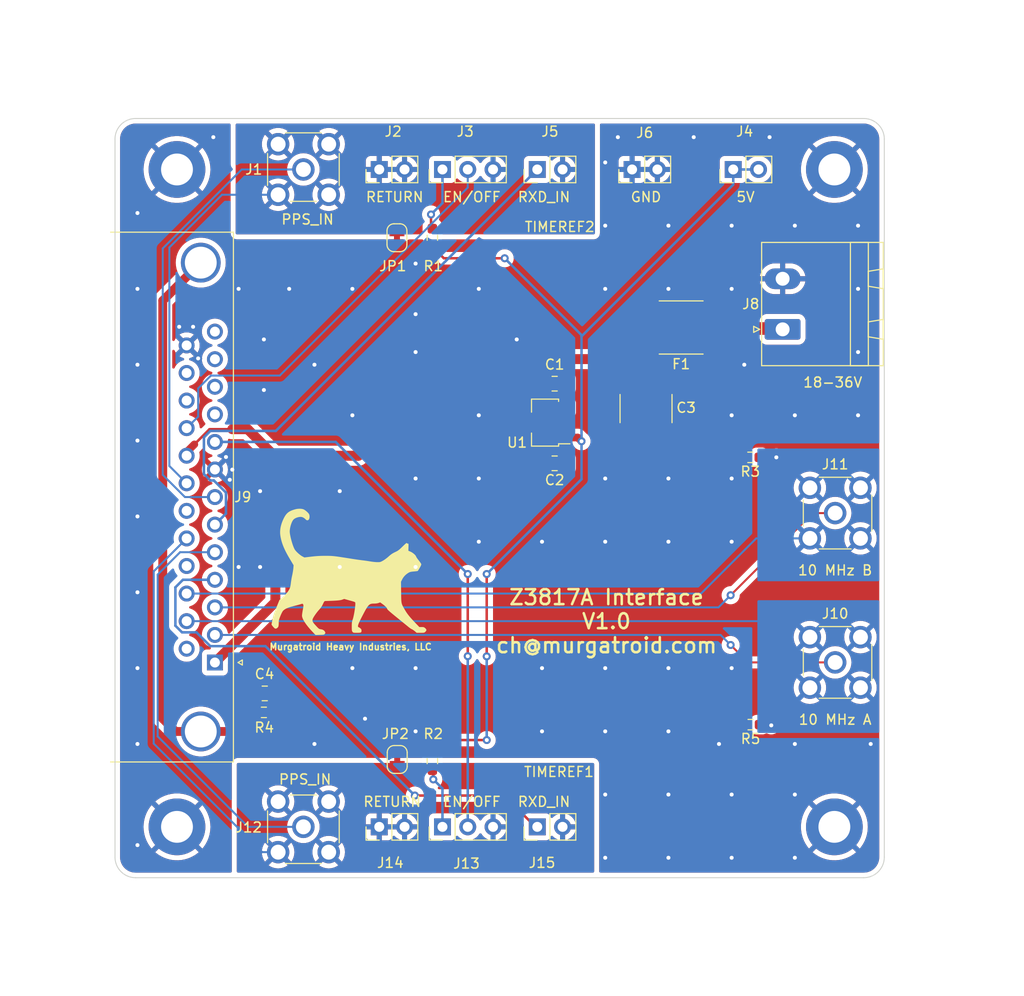
<source format=kicad_pcb>
(kicad_pcb (version 20211014) (generator pcbnew)
  (layers (0 "F.Cu" signal) (31 "B.Cu" signal) (34 "B.Paste" user) (35 "F.Paste" user) (36 "B.SilkS" user "B.Silkscreen") (37 "F.SilkS" user "F.Silkscreen") (38 "B.Mask" user) (39 "F.Mask" user) (44 "Edge.Cuts" user))
  (net 0 "")
  (net 1 "GND")
  (net 2 "/DCIn")
  (net 3 "+5V")
  (net 4 "/DCIn0")
  (net 5 "/10MHZ_OUT_A+")
  (net 6 "/10MHZ_OUT_B+")
  (net 7 "/TIMEREF1_RXD_IN")
  (net 8 "/TIMEREF1_PPS_IN")
  (net 9 "/TIMEREF2_RXD_IN")
  (net 10 "/TIMEREF2_PPS_IN")
  (net 11 "/TIMEREF1_VALID_IN")
  (net 12 "/10MHZ_OUT_A-")
  (net 13 "/10MHZ_OUT_B-")
  (net 14 "GND1")
  (net 15 "GND2")
  (net 16 "/TIMEREF2_VALID_IN")
  (net 17 "/CONNSHIELD")
  (net 18 "Net-(J3-Pad1)")
  (net 28 "Net-(J13-Pad1)")
  (footprint "Connector_PinHeader_2.54mm:PinHeader_1x02_P2.54mm_Vertical" (layer "F.Cu") (at 111.76 30.48 90)
    (fp_text reference "J4")
    (fp_text value "Conn_01x02")
  )
  (footprint "MountingHole:MountingHole_3.2mm_M3_ISO7380_Pad" (layer "F.Cu") (at 55.88 30.48)
    (fp_text reference "H1" hide)
    (fp_text value "MountingHole_Pad")
  )
  (footprint "Connector_PinHeader_2.54mm:PinHeader_1x02_P2.54mm_Vertical" (layer "F.Cu") (at 92.075 96.52 90)
    (fp_text reference "J15")
    (fp_text value "Conn_01x02")
  )
  (footprint "MountingHole:MountingHole_3.2mm_M3_ISO7380_Pad" (layer "F.Cu") (at 55.88 96.52)
    (fp_text reference "H3" hide)
    (fp_text value "MountingHole_Pad")
  )
  (footprint "Capacitor_SMD:C_0805_2012Metric_Pad1.18x1.45mm_HandSolder" (layer "F.Cu") (at 93.82 60 180)
    (fp_text reference "C2")
    (fp_text value "0.1u 10V X7R")
  )
  (footprint "Connector_PinHeader_2.54mm:PinHeader_1x02_P2.54mm_Vertical" (layer "F.Cu") (at 76.2 30.48 90)
    (fp_text reference "J2")
    (fp_text value "Conn_01x02")
  )
  (footprint "Resistor_SMD:R_0603_1608Metric_Pad0.98x0.95mm_HandSolder" (layer "F.Cu") (at 81.534 37.338 90)
    (fp_text reference "R1")
    (fp_text value "33")
  )
  (footprint "Connector_Coaxial:SMA_Molex_73251-2200_Horizontal" (layer "F.Cu") (at 122 80 -90)
    (fp_text reference "J10")
    (fp_text value "Conn_Coaxial")
  )
  (footprint "Resistor_SMD:R_0603_1608Metric_Pad0.98x0.95mm_HandSolder" (layer "F.Cu") (at 113.5 86.25 180)
    (fp_text reference "R5")
    (fp_text value "DNI")
  )
  (footprint "Connector_PinHeader_2.54mm:PinHeader_1x03_P2.54mm_Vertical" (layer "F.Cu") (at 82.55 96.52 90)
    (fp_text reference "J13")
    (fp_text value "Conn_01x03")
  )
  (footprint "Capacitor_SMD:C_0805_2012Metric_Pad1.18x1.45mm_HandSolder" (layer "F.Cu") (at 93.82 52 180)
    (fp_text reference "C1")
    (fp_text value "0.33u 50V X7R")
  )
  (footprint "Connector_Dsub:DSUB-25_Female_Horizontal_P2.77x2.84mm_EdgePinOffset7.70mm_Housed_MountingHolesOffset9.12mm" (layer "F.Cu") (at 59.69 80.01 -90)
    (fp_text reference "J9")
    (fp_text value "DB25_Male_MountingHoles")
  )
  (footprint "Capacitor_SMD:C_2220_5650Metric_Pad1.97x5.40mm_HandSolder" (layer "F.Cu") (at 103 54.5 -90)
    (fp_text reference "C3")
    (fp_text value "22u 50V X7S")
  )
  (footprint "Connector_PinHeader_2.54mm:PinHeader_1x02_P2.54mm_Vertical" (layer "F.Cu") (at 101.6 30.48 90)
    (fp_text reference "J6")
    (fp_text value "Conn_01x02")
  )
  (footprint "Jumper:SolderJumper-2_P1.3mm_Bridged_RoundedPad1.0x1.5mm" (layer "F.Cu") (at 78.0034 89.75 -90)
    (fp_text reference "JP2")
    (fp_text value "SolderJumper_2_Bridged")
  )
  (footprint "Connector_PinHeader_2.54mm:PinHeader_1x03_P2.54mm_Vertical" (layer "F.Cu") (at 82.55 30.48 90)
    (fp_text reference "J3")
    (fp_text value "Conn_01x03")
  )
  (footprint "MountingHole:MountingHole_3.2mm_M3_ISO7380_Pad" (layer "F.Cu") (at 121.92 30.48)
    (fp_text reference "H2" hide)
    (fp_text value "MountingHole_Pad")
  )
  (footprint "Connector_Phoenix_MSTB:PhoenixContact_MSTBA_2,5_2-G-5,08_1x02_P5.08mm_Horizontal" (layer "F.Cu") (at 116.7225 46.54 90)
    (fp_text reference "J8")
    (fp_text value "Conn_01x02")
  )
  (footprint "Connector_Coaxial:SMA_Molex_73251-2200_Horizontal" (layer "F.Cu") (at 122 65 -90)
    (fp_text reference "J11")
    (fp_text value "Conn_Coaxial")
  )
  (footprint "Resistor_SMD:R_0603_1608Metric_Pad0.98x0.95mm_HandSolder" (layer "F.Cu") (at 81.534 89.916 -90)
    (fp_text reference "R2")
    (fp_text value "33")
  )
  (footprint "Package_TO_SOT_SMD:SOT-89-3" (layer "F.Cu") (at 93.155 55.91 180)
    (fp_text reference "U1")
    (fp_text value "L78L05_SOT89")
  )
  (footprint "Resistor_SMD:R_0603_1608Metric_Pad0.98x0.95mm_HandSolder" (layer "F.Cu") (at 64.61 85.02)
    (fp_text reference "R4")
    (fp_text value "DNI")
  )
  (footprint "Connector_Coaxial:SMA_Molex_73251-2200_Horizontal" (layer "F.Cu") (at 68.58 30.48)
    (fp_text reference "J1")
    (fp_text value "Conn_Coaxial")
  )
  (footprint "Connector_Coaxial:SMA_Molex_73251-2200_Horizontal" (layer "F.Cu") (at 68.58 96.52 180)
    (fp_text reference "J12")
    (fp_text value "Conn_Coaxial")
  )
  (footprint "MountingHole:MountingHole_3.2mm_M3_ISO7380_Pad" (layer "F.Cu") (at 121.92 96.52)
    (fp_text reference "H4" hide)
    (fp_text value "MountingHole_Pad")
  )
  (footprint "Resistor_SMD:R_0603_1608Metric_Pad0.98x0.95mm_HandSolder" (layer "F.Cu") (at 113.475 59.4 180)
    (fp_text reference "R3")
    (fp_text value "DNI")
  )
  (footprint "Fuse:Fuse_2920_7451Metric_Pad2.10x5.45mm_HandSolder" (layer "F.Cu") (at 106.5276 46.355 180)
    (fp_text reference "F1")
    (fp_text value "Polyfuse")
  )
  (footprint "Connector_PinHeader_2.54mm:PinHeader_1x02_P2.54mm_Vertical" (layer "F.Cu") (at 92.075 30.48 90)
    (fp_text reference "J5")
    (fp_text value "Conn_01x02")
  )
  (footprint "Connector_PinHeader_2.54mm:PinHeader_1x02_P2.54mm_Vertical" (layer "F.Cu") (at 76.2 96.52 90)
    (fp_text reference "J14")
    (fp_text value "Conn_01x02")
  )
  (footprint "Jumper:SolderJumper-2_P1.3mm_Bridged_RoundedPad1.0x1.5mm" (layer "F.Cu") (at 77.978 37.338 90)
    (fp_text reference "JP1")
    (fp_text value "SolderJumper_2_Bridged")
  )
  (footprint "Capacitor_SMD:C_0805_2012Metric_Pad1.18x1.45mm_HandSolder" (layer "F.Cu") (at 64.6975 83.115)
    (fp_text reference "C4")
    (fp_text value "DNI")
  )
  (gr_poly (pts (xy 67.768651 64.615864) (xy 67.650941 64.648918) (xy 67.541961 64.683206) (xy 67.441099 64.719194) (xy 67.347745 64.75735) (xy 67.26129 64.79814) (xy 67.181122 64.842031) (xy 67.106632 64.88949) (xy 67.03721 64.940984) (xy 66.972246 64.99698) (xy 66.911128 65.057945) (xy 66.853248 65.124347) (xy 66.797994 65.196651) (xy 66.744757 65.275325) (xy 66.692926 65.360835) (xy 66.641892 65.45365) (xy 66.591043 65.554235) (xy 66.538173 65.667233) (xy 66.489632 65.779286) (xy 66.445413 65.890383) (xy 66.405512 66.000514) (xy 66.369922 66.109667) (xy 66.338637 66.217831) (xy 66.311653 66.324996) (xy 66.288962 66.43115) (xy 66.270559 66.536284) (xy 66.256439 66.640384) (xy 66.246595 66.743442) (xy 66.241022 66.845446) (xy 66.239714 66.946384) (xy 66.242664 67.046247) (xy 66.249868 67.145022) (xy 66.26132 67.2427) (xy 66.283567 67.378538) (xy 66.309661 67.513258) (xy 66.339797 67.647358) (xy 66.374174 67.781339) (xy 66.412986 67.915698) (xy 66.456431 68.050937) (xy 66.504704 68.187554) (xy 66.558004 68.32605) (xy 66.616525 68.466922) (xy 66.680465 68.610672) (xy 66.750019 68.757799) (xy 66.825386 68.908801) (xy 66.90676 69.064179) (xy 66.994339 69.224432) (xy 67.088319 69.39006) (xy 67.188896 69.561561) (xy 67.594661 70.242757) (xy 67.569261 70.543589) (xy 67.562054 70.613065) (xy 67.55161 70.694471) (xy 67.538442 70.784791) (xy 67.523065 70.881012) (xy 67.50599 70.98012) (xy 67.487733 71.079102) (xy 67.468806 71.174944) (xy 67.449722 71.264632) (xy 67.429419 71.355303) (xy 67.409486 71.453956) (xy 67.390309 71.557363) (xy 67.372272 71.6623) (xy 67.34116 71.863858) (xy 67.328854 71.954027) (xy 67.31923 72.032822) (xy 67.310097 72.110374) (xy 67.29918 72.187199) (xy 67.286734 72.261899) (xy 67.273014 72.333078) (xy 67.258274 72.399338) (xy 67.242769 72.459282) (xy 67.226755 72.511513) (xy 67.218636 72.534299) (xy 67.210486 72.554633) (xy 67.18523 72.608628) (xy 67.157074 72.663223) (xy 67.126085 72.718339) (xy 67.092334 72.773897) (xy 67.055887 72.829815) (xy 67.016815 72.886014) (xy 66.975185 72.942414) (xy 66.931066 72.998935) (xy 66.884527 73.055496) (xy 66.835636 73.112019) (xy 66.784462 73.168423) (xy 66.731073 73.224627) (xy 66.675539 73.280553) (xy 66.617927 73.336119) (xy 66.558306 73.391247) (xy 66.496746 73.445855) (xy 66.174325 73.724938) (xy 65.942391 74.297391) (xy 65.727012 74.838969) (xy 65.653477 75.033016) (xy 65.597269 75.192324) (xy 65.554306 75.329212) (xy 65.520508 75.455996) (xy 65.491792 75.584993) (xy 65.464077 75.728522) (xy 65.436755 75.881049) (xy 65.411114 76.013856) (xy 65.390206 76.1127) (xy 65.382481 76.144935) (xy 65.377082 76.163339) (xy 65.375838 76.169167) (xy 65.37613 76.17641) (xy 65.377884 76.184976) (xy 65.381023 76.19477) (xy 65.39115 76.217674) (xy 65.4059 76.24438) (xy 65.424663 76.274144) (xy 65.446829 76.306224) (xy 65.471785 76.339876) (xy 65.498923 76.374356) (xy 65.527631 76.408922) (xy 65.557298 76.442831) (xy 65.587314 76.475338) (xy 65.617068 76.505702) (xy 65.645949 76.533178) (xy 65.673348 76.557024) (xy 65.698652 76.576497) (xy 65.710328 76.58436) (xy 65.721252 76.590852) (xy 65.729895 76.594945) (xy 65.738815 76.598389) (xy 65.747992 76.601194) (xy 65.757406 76.603371) (xy 65.767038 76.604929) (xy 65.776866 76.605878) (xy 65.786872 76.606228) (xy 65.797036 76.60599) (xy 65.807337 76.605173) (xy 65.817756 76.603787) (xy 65.828273 76.601843) (xy 65.838867 76.599349) (xy 65.84952 76.596317) (xy 65.860212 76.592755) (xy 65.870921 76.588675) (xy 65.881629 76.584085) (xy 65.902962 76.573419) (xy 65.924049 76.560837) (xy 65.944733 76.546418) (xy 65.964854 76.530242) (xy 65.984253 76.512389) (xy 66.002772 76.492939) (xy 66.02025 76.471971) (xy 66.02855 76.460943) (xy 66.03653 76.449565) (xy 66.044391 76.436189) (xy 66.051672 76.421764) (xy 66.05839 76.40618) (xy 66.064562 76.389324) (xy 66.070202 76.371086) (xy 66.075326 76.351355) (xy 66.079952 76.330019) (xy 66.084095 76.306967) (xy 66.087771 76.282089) (xy 66.090996 76.255272) (xy 66.093786 76.226407) (xy 66.096158 76.195381) (xy 66.098126 76.162083) (xy 66.099708 76.126403) (xy 66.100919 76.08823) (xy 66.101776 76.047451) (xy 66.102851 75.951799) (xy 66.10445 75.909571) (xy 66.106983 75.870048) (xy 66.110619 75.83246) (xy 66.115531 75.796036) (xy 66.121886 75.760006) (xy 66.129855 75.723601) (xy 66.139608 75.68605) (xy 66.151316 75.646582) (xy 66.165147 75.604429) (xy 66.181273 75.558818) (xy 66.221086 75.454147) (xy 66.272115 75.326408) (xy 66.308273 75.241149) (xy 66.345462 75.157972) (xy 66.382659 75.078958) (xy 66.418839 75.00619) (xy 66.452981 74.941748) (xy 66.484061 74.887715) (xy 66.511055 74.846173) (xy 66.522701 74.830736) (xy 66.532941 74.819202) (xy 66.5711 74.781505) (xy 66.611184 74.745725) (xy 66.653669 74.711655) (xy 66.699033 74.679088) (xy 66.747753 74.647817) (xy 66.800307 74.617634) (xy 66.857171 74.588333) (xy 66.918822 74.559705) (xy 66.985739 74.531545) (xy 67.058397 74.503645) (xy 67.137275 74.475797) (xy 67.222849 74.447794) (xy 67.315596 74.41943) (xy 67.415994 74.390496) (xy 67.52452 74.360787) (xy 67.641651 74.330094) (xy 67.895787 74.264751) (xy 68.120381 74.204185) (xy 68.291308 74.155853) (xy 68.384442 74.127211) (xy 68.400652 74.121534) (xy 68.415375 74.116718) (xy 68.428738 74.11278) (xy 68.440868 74.109736) (xy 68.451893 74.107602) (xy 68.461941 74.106396) (xy 68.466638 74.106146) (xy 68.471138 74.106134) (xy 68.475458 74.106361) (xy 68.479613 74.106831) (xy 68.483619 74.107545) (xy 68.487492 74.108505) (xy 68.491248 74.109714) (xy 68.494904 74.111173) (xy 68.498474 74.112884) (xy 68.501975 74.11485) (xy 68.505422 74.117073) (xy 68.508833 74.119554) (xy 68.515605 74.1253) (xy 68.522419 74.132105) (xy 68.529403 74.139987) (xy 68.536684 74.14896) (xy 68.542588 74.157158) (xy 68.548066 74.165479) (xy 68.553118 74.173984) (xy 68.557743 74.182733) (xy 68.561941 74.191787) (xy 68.56571 74.201206) (xy 68.56905 74.211051) (xy 68.571961 74.221382) (xy 68.574441 74.232259) (xy 68.576491 74.243742) (xy 68.578109 74.255893) (xy 68.579295 74.268771) (xy 68.580048 74.282436) (xy 68.580368 74.29695) (xy 68.580254 74.312372) (xy 68.579705 74.328764) (xy 68.5773 74.364694) (xy 68.573149 74.405224) (xy 68.567247 74.450838) (xy 68.559588 74.502017) (xy 68.550167 74.559245) (xy 68.53898 74.623005) (xy 68.52602 74.69378) (xy 68.511283 74.772053) (xy 68.496733 74.849463) (xy 68.483162 74.92806) (xy 68.470868 75.005637) (xy 68.460146 75.079989) (xy 68.451292 75.148908) (xy 68.444601 75.210188) (xy 68.440369 75.261624) (xy 68.438893 75.301008) (xy 68.440078 75.332431) (xy 68.443615 75.365536) (xy 68.449479 75.400285) (xy 68.457645 75.436641) (xy 68.480782 75.514019) (xy 68.512824 75.59737) (xy 68.553569 75.686388) (xy 68.602817 75.780772) (xy 68.660365 75.88022) (xy 68.726012 75.984427) (xy 68.799557 76.093092) (xy 68.880797 76.205911) (xy 68.96953 76.322583) (xy 69.065556 76.442803) (xy 69.168673 76.56627) (xy 69.278679 76.69268) (xy 69.395373 76.821731) (xy 69.518552 76.95312) (xy 69.797476 77.246649) (xy 70.228641 77.235853) (xy 70.366953 77.231956) (xy 70.472947 77.227625) (xy 70.515511 77.224952) (xy 70.552019 77.221758) (xy 70.583144 77.217903) (xy 70.609562 77.213251) (xy 70.631946 77.207662) (xy 70.650972 77.201) (xy 70.667313 77.193127) (xy 70.681644 77.183904) (xy 70.694639 77.173194) (xy 70.706973 77.160858) (xy 70.732355 77.13076) (xy 70.743227 77.115182) (xy 70.752758 77.100941) (xy 70.760962 77.087847) (xy 70.767855 77.075709) (xy 70.773454 77.064336) (xy 70.775772 77.058876) (xy 70.777773 77.053536) (xy 70.779458 77.048291) (xy 70.78083 77.043118) (xy 70.781889 77.037993) (xy 70.782639 77.032891) (xy 70.78308 77.02779) (xy 70.783216 77.022665) (xy 70.783048 77.017492) (xy 70.782578 77.012247) (xy 70.781808 77.006907) (xy 70.78074 77.001447) (xy 70.779376 76.995844) (xy 70.777717 76.990074) (xy 70.773527 76.977936) (xy 70.768184 76.964842) (xy 70.761704 76.950601) (xy 70.754103 76.935022) (xy 70.747105 76.921263) (xy 70.739683 76.907844) (xy 70.73184 76.894769) (xy 70.723578 76.882038) (xy 70.714899 76.869653) (xy 70.705804 76.857614) (xy 70.696297 76.845924) (xy 70.686379 76.834583) (xy 70.676052 76.823592) (xy 70.665317 76.812954) (xy 70.654178 76.802669) (xy 70.642636 76.792738) (xy 70.630692 76.783163) (xy 70.61835 76.773946) (xy 70.60561 76.765086) (xy 70.592476 76.756586) (xy 70.578949 76.748448) (xy 70.56503 76.740671) (xy 70.550723 76.733258) (xy 70.536028 76.726209) (xy 70.520949 76.719527) (xy 70.505487 76.713212) (xy 70.473421 76.701689) (xy 70.439848 76.69165) (xy 70.404783 76.683106) (xy 70.368242 76.676067) (xy 70.330241 76.670544) (xy 70.298684 76.665833) (xy 70.27015 76.660917) (xy 70.244014 76.655333) (xy 70.231649 76.652146) (xy 70.219649 76.648619) (xy 70.207935 76.644695) (xy 70.196429 76.640314) (xy 70.185053 76.635421) (xy 70.173728 76.629956) (xy 70.162377 76.623862) (xy 70.15092 76.617082) (xy 70.13928 76.609557) (xy 70.127378 76.60123) (xy 70.115136 76.592043) (xy 70.102476 76.581938) (xy 70.08932 76.570858) (xy 70.075588 76.558745) (xy 70.046088 76.531188) (xy 70.013349 76.498804) (xy 69.976745 76.461133) (xy 69.93565 76.417711) (xy 69.837481 76.31177) (xy 69.728952 76.192534) (xy 69.683574 76.140534) (xy 69.643766 76.092918) (xy 69.609265 76.049166) (xy 69.579804 76.008757) (xy 69.555118 75.971172) (xy 69.534943 75.935889) (xy 69.519013 75.902389) (xy 69.507064 75.87015) (xy 69.498829 75.838652) (xy 69.494045 75.807376) (xy 69.492446 75.7758) (xy 69.493766 75.743404) (xy 69.497741 75.709667) (xy 69.504106 75.67407) (xy 69.513156 75.641539) (xy 69.52905 75.601559) (xy 69.551247 75.554915) (xy 69.579207 75.502393) (xy 69.612388 75.444776) (xy 69.650249 75.382851) (xy 69.692248 75.317403) (xy 69.737846 75.249216) (xy 69.7865 75.179076) (xy 69.837669 75.107767) (xy 69.890812 75.036075) (xy 69.945389 74.964785) (xy 70.000858 74.894682) (xy 70.056677 74.826551) (xy 70.112307 74.761177) (xy 70.167205 74.699345) (xy 70.197228 74.666139) (xy 70.226183 74.633032) (xy 70.254109 74.599955) (xy 70.281041 74.566839) (xy 70.307018 74.533614) (xy 70.332078 74.500213) (xy 70.356256 74.466567) (xy 70.379592 74.432606) (xy 70.402123 74.398261) (xy 70.423885 74.363465) (xy 70.444917 74.328148) (xy 70.465255 74.292241) (xy 70.484938 74.255676) (xy 70.504002 74.218383) (xy 70.522486 74.180294) (xy 70.540426 74.141339) (xy 70.583562 74.050225) (xy 70.602173 74.012309) (xy 70.619139 73.979075) (xy 70.634703 73.950215) (xy 70.649109 73.925423) (xy 70.662601 73.904388) (xy 70.675423 73.886804) (xy 70.687819 73.872362) (xy 70.700033 73.860754) (xy 70.712309 73.851671) (xy 70.724891 73.844807) (xy 70.738022 73.839852) (xy 70.751948 73.836499) (xy 70.76691 73.834439) (xy 70.783155 73.833364) (xy 71.506566 73.808877) (xy 71.772768 73.795748) (xy 71.986063 73.781294) (xy 72.154524 73.764965) (xy 72.286222 73.74621) (xy 72.38923 73.724479) (xy 72.47162 73.69922) (xy 72.678154 73.623179) (xy 72.996924 73.713826) (xy 73.480732 73.847346) (xy 73.622094 73.889759) (xy 73.672786 73.907221) (xy 73.712113 73.923077) (xy 73.741544 73.937998) (xy 73.76255 73.952652) (xy 73.776602 73.967709) (xy 73.78517 73.983836) (xy 73.789724 74.001705) (xy 73.791734 74.021982) (xy 73.794007 74.072441) (xy 73.796019 74.127764) (xy 73.794118 74.198582) (xy 73.779921 74.378387) (xy 73.754089 74.595213) (xy 73.719296 74.832417) (xy 73.678214 75.073357) (xy 73.633518 75.301389) (xy 73.587881 75.499872) (xy 73.565545 75.582832) (xy 73.543976 75.652163) (xy 73.512387 75.748561) (xy 73.499261 75.791702) (xy 73.487774 75.832441) (xy 73.477817 75.871504) (xy 73.469285 75.90962) (xy 73.462071 75.947514) (xy 73.456068 75.985915) (xy 73.451171 76.025549) (xy 73.447272 76.067144) (xy 73.444265 76.111426) (xy 73.442044 76.159124) (xy 73.439532 76.267672) (xy 73.438884 76.398606) (xy 73.439332 76.529226) (xy 73.441099 76.633139) (xy 73.444819 76.714549) (xy 73.44761 76.748129) (xy 73.451127 76.77766) (xy 73.45545 76.803668) (xy 73.460658 76.826678) (xy 73.466829 76.847216) (xy 73.474044 76.865806) (xy 73.482382 76.882975) (xy 73.491922 76.899249) (xy 73.502743 76.915152) (xy 73.514925 76.931211) (xy 73.527945 76.947207) (xy 73.534128 76.954477) (xy 73.540192 76.961282) (xy 73.546211 76.967638) (xy 73.552257 76.97356) (xy 73.558404 76.979063) (xy 73.564727 76.984162) (xy 73.571299 76.988874) (xy 73.578193 76.993212) (xy 73.585483 76.997194) (xy 73.593243 77.000833) (xy 73.601547 77.004145) (xy 73.610467 77.007145) (xy 73.620079 77.00985) (xy 73.630454 77.012273) (xy 73.641668 77.014431) (xy 73.653794 77.016339) (xy 73.666905 77.018012) (xy 73.681075 77.019465) (xy 73.696378 77.020714) (xy 73.712887 77.021774) (xy 73.730677 77.02266) (xy 73.74982 77.023388) (xy 73.792461 77.02443) (xy 73.841402 77.025023) (xy 73.89723 77.025289) (xy 73.960536 77.02535) (xy 74.099797 77.024176) (xy 74.157413 77.022343) (xy 74.207677 77.019352) (xy 74.251083 77.014961) (xy 74.288124 77.008925) (xy 74.319294 77.001) (xy 74.332832 76.996252) (xy 74.345088 76.990941) (xy 74.356122 76.985035) (xy 74.365998 76.978505) (xy 74.374775 76.971319) (xy 74.382518 76.963447) (xy 74.389286 76.954858) (xy 74.395142 76.945523) (xy 74.400147 76.93541) (xy 74.404364 76.924489) (xy 74.410677 76.900101) (xy 74.414575 76.872115) (xy 74.416552 76.840286) (xy 74.417101 76.80437) (xy 74.416795 76.785284) (xy 74.415847 76.767365) (xy 74.414207 76.750506) (xy 74.41183 76.734602) (xy 74.408666 76.719548) (xy 74.404669 76.705237) (xy 74.399791 76.691564) (xy 74.393983 76.678422) (xy 74.387199 76.665707) (xy 74.37939 76.653312) (xy 74.37051 76.641131) (xy 74.360509 76.629059) (xy 74.349341 76.616989) (xy 74.336959 76.604817) (xy 74.323313 76.592436) (xy 74.308357 76.57974) (xy 74.297212 76.570185) (xy 74.285572 76.560618) (xy 74.261213 76.541719) (xy 74.236088 76.523594) (xy 74.211004 76.506794) (xy 74.198729 76.499063) (xy 74.186767 76.491869) (xy 74.17522 76.485282) (xy 74.164187 76.47937) (xy 74.15377 76.474202) (xy 74.14407 76.469847) (xy 74.135187 76.466374) (xy 74.127223 76.463852) (xy 74.113987 76.458814) (xy 74.102156 76.452492) (xy 74.091754 76.444809) (xy 74.082807 76.43569) (xy 74.075337 76.425059) (xy 74.069371 76.41284) (xy 74.064933 76.398957) (xy 74.062047 76.383336) (xy 74.060737 76.3659) (xy 74.061028 76.346573) (xy 74.062945 76.32528) (xy 74.066513 76.301946) (xy 74.071755 76.276493) (xy 74.078696 76.248848) (xy 74.087362 76.218934) (xy 74.097775 76.186675) (xy 74.109962 76.151995) (xy 74.123946 76.11482) (xy 74.139752 76.075073) (xy 74.157405 76.032678) (xy 74.176928 75.987561) (xy 74.198347 75.939645) (xy 74.246971 75.835113) (xy 74.303471 75.718478) (xy 74.368043 75.589133) (xy 74.440886 75.446475) (xy 74.522193 75.289896) (xy 74.718993 74.915892) (xy 74.802939 74.762142) (xy 74.879056 74.628665) (xy 74.948695 74.514037) (xy 75.013211 74.416837) (xy 75.073958 74.335643) (xy 75.132289 74.269034) (xy 75.189558 74.215586) (xy 75.247118 74.173878) (xy 75.306323 74.142489) (xy 75.368526 74.119995) (xy 75.435082 74.104975) (xy 75.507344 74.096007) (xy 75.586665 74.091669) (xy 75.6744 74.090539) (xy 75.739498 74.089527) (xy 75.803734 74.086519) (xy 75.866263 74.081557) (xy 75.926237 74.074684) (xy 75.982811 74.065944) (xy 76.035137 74.055378) (xy 76.059443 74.049425) (xy 76.08237 74.043031) (xy 76.103811 74.036202) (xy 76.123662 74.028944) (xy 76.294 73.971) (xy 76.525936 74.137687) (xy 76.572949 74.171391) (xy 76.618695 74.205771) (xy 76.662931 74.240569) (xy 76.705412 74.275522) (xy 76.745895 74.310372) (xy 76.784137 74.344856) (xy 76.819893 74.378716) (xy 76.85292 74.41169) (xy 76.882975 74.443518) (xy 76.909812 74.47394) (xy 76.93319 74.502695) (xy 76.952863 74.529523) (xy 76.968589 74.554162) (xy 76.980124 74.576354) (xy 76.987223 74.595837) (xy 76.989034 74.604481) (xy 76.989644 74.612351) (xy 76.990368 74.619232) (xy 76.992594 74.627032) (xy 76.996399 74.635823) (xy 77.001864 74.645672) (xy 77.009067 74.65665) (xy 77.018087 74.668826) (xy 77.029004 74.68227) (xy 77.041895 74.697051) (xy 77.073919 74.730905) (xy 77.114791 74.770945) (xy 77.165142 74.817726) (xy 77.225606 74.871808) (xy 77.296813 74.933745) (xy 77.379395 75.004096) (xy 77.473985 75.083416) (xy 77.581213 75.172264) (xy 77.701713 75.271196) (xy 77.836115 75.380769) (xy 78.149154 75.634065) (xy 79.127371 76.431149) (xy 79.170119 76.466854) (xy 79.215874 76.502626) (xy 79.263236 76.537535) (xy 79.310807 76.57065) (xy 79.357186 76.601042) (xy 79.400976 76.627781) (xy 79.421463 76.639489) (xy 79.440778 76.649935) (xy 79.458746 76.659002) (xy 79.475192 76.666575) (xy 79.490828 76.674066) (xy 79.507745 76.682887) (xy 79.525775 76.692921) (xy 79.544757 76.70405) (xy 79.584913 76.729128) (xy 79.626898 76.757182) (xy 79.669396 76.787275) (xy 79.711092 76.818469) (xy 79.750672 76.849827) (xy 79.786819 76.880411) (xy 79.953506 77.02535) (xy 80.341333 77.02535) (xy 80.4664 77.024995) (xy 80.562542 77.023195) (xy 80.601452 77.021408) (xy 80.635154 77.018846) (xy 80.664322 77.01537) (xy 80.689631 77.010845) (xy 80.711755 77.00513) (xy 80.731369 76.998088) (xy 80.749146 76.989582) (xy 80.765762 76.979474) (xy 80.78189 76.967625) (xy 80.798205 76.953898) (xy 80.834094 76.920258) (xy 80.858244 76.894418) (xy 80.869074 76.881956) (xy 80.87907 76.869772) (xy 80.888232 76.857845) (xy 80.896556 76.846155) (xy 80.90404 76.834681) (xy 80.910684 76.823403) (xy 80.916484 76.8123) (xy 80.921438 76.801351) (xy 80.925545 76.790536) (xy 80.928802 76.779835) (xy 80.931207 76.769227) (xy 80.932759 76.758691) (xy 80.933455 76.748207) (xy 80.933293 76.737754) (xy 80.932271 76.727312) (xy 80.930387 76.71686) (xy 80.927639 76.706378) (xy 80.924025 76.695845) (xy 80.919542 76.68524) (xy 80.91419 76.674543) (xy 80.907965 76.663734) (xy 80.900865 76.652791) (xy 80.89289 76.641695) (xy 80.884035 76.630424) (xy 80.8743 76.618959) (xy 80.863683 76.607278) (xy 80.839792 76.583189) (xy 80.812345 76.557991) (xy 80.791487 76.540012) (xy 80.772127 76.524037) (xy 80.7539 76.509949) (xy 80.73644 76.497634) (xy 80.727883 76.492103) (xy 80.71938 76.486972) (xy 80.710886 76.482226) (xy 80.702356 76.47785) (xy 80.693742 76.473829) (xy 80.685001 76.470148) (xy 80.676085 76.466795) (xy 80.666949 76.463753) (xy 80.657548 76.461008) (xy 80.647835 76.458546) (xy 80.637766 76.456351) (xy 80.627293 76.454411) (xy 80.604957 76.451232) (xy 80.580462 76.448892) (xy 80.553441 76.447275) (xy 80.523529 76.446264) (xy 80.490361 76.445743) (xy 80.453569 76.445595) (xy 80.225445 76.445595) (xy 79.935569 76.144923) (xy 79.713361 75.913584) (xy 79.519981 75.705846) (xy 79.351991 75.517462) (xy 79.205954 75.344188) (xy 79.07843 75.181779) (xy 79.020537 75.103322) (xy 78.965983 75.025989) (xy 78.914339 74.949249) (xy 78.865175 74.872572) (xy 78.772566 74.717284) (xy 78.648768 74.501759) (xy 78.599091 74.412402) (xy 78.556741 74.331408) (xy 78.521101 74.255848) (xy 78.491555 74.182793) (xy 78.478874 74.146289) (xy 78.467487 74.109312) (xy 78.457314 74.071497) (xy 78.44828 74.032477) (xy 78.440307 73.991886) (xy 78.433319 73.949357) (xy 78.421986 73.857024) (xy 78.413667 73.752547) (xy 78.407744 73.632997) (xy 78.403602 73.495445) (xy 78.400623 73.33696) (xy 78.395694 72.945476) (xy 78.384899 71.894709) (xy 78.508088 71.651981) (xy 78.534262 71.602783) (xy 78.562497 71.554405) (xy 78.592729 71.506908) (xy 78.624894 71.46035) (xy 78.658929 71.414788) (xy 78.694769 71.370282) (xy 78.732352 71.326891) (xy 78.771614 71.284673) (xy 78.81249 71.243686) (xy 78.854917 71.203989) (xy 78.898831 71.165641) (xy 78.944169 71.128701) (xy 78.990867 71.093226) (xy 79.038861 71.059276) (xy 79.088088 71.026909) (xy 79.138484 70.996184) (xy 79.163882 70.981263) (xy 79.188697 70.96769) (xy 79.213279 70.95537) (xy 79.237978 70.944206) (xy 79.263145 70.934104) (xy 79.289131 70.924968) (xy 79.316285 70.916701) (xy 79.344958 70.909209) (xy 79.375501 70.902397) (xy 79.408264 70.896167) (xy 79.443598 70.890426) (xy 79.481852 70.885077) (xy 79.523378 70.880025) (xy 79.568526 70.875173) (xy 79.67109 70.865692) (xy 79.81431 70.851663) (xy 79.9365 70.837633) (xy 79.985668 70.831046) (xy 80.024728 70.824973) (xy 80.052064 70.819584) (xy 80.060831 70.8172) (xy 80.06606 70.815051) (xy 80.069644 70.811496) (xy 80.074907 70.805046) (xy 80.081744 70.795859) (xy 80.090046 70.784094) (xy 80.110625 70.753469) (xy 80.135791 70.714443) (xy 80.164693 70.668288) (xy 80.196478 70.616276) (xy 80.230295 70.55968) (xy 80.265291 70.499773) (xy 80.307793 70.426665) (xy 80.343078 70.361926) (xy 80.358093 70.332548) (xy 80.371398 70.305086) (xy 80.383024 70.279482) (xy 80.393005 70.255675) (xy 80.401371 70.233608) (xy 80.408153 70.213222) (xy 80.413384 70.194457) (xy 80.417095 70.177255) (xy 80.419318 70.161558) (xy 80.420084 70.147305) (xy 80.419425 70.134439) (xy 80.417373 70.122901) (xy 80.414138 70.112692) (xy 80.408576 70.099871) (xy 80.400823 70.084622) (xy 80.391018 70.06713) (xy 80.3793 70.047581) (xy 80.365807 70.026159) (xy 80.334049 69.978438) (xy 80.296852 69.925449) (xy 80.255322 69.868673) (xy 80.210566 69.809589) (xy 80.163691 69.749679) (xy 80.11561 69.689495) (xy 80.069917 69.629558) (xy 80.027628 69.571485) (xy 79.98976 69.516892) (xy 79.957333 69.467397) (xy 79.931363 69.424616) (xy 79.921118 69.406249) (xy 79.912868 69.390166) (xy 79.906742 69.37657) (xy 79.902866 69.365663) (xy 79.899025 69.352725) (xy 79.893673 69.339096) (xy 79.886871 69.324831) (xy 79.878678 69.30998) (xy 79.869153 69.294596) (xy 79.858356 69.278732) (xy 79.833187 69.245772) (xy 79.803646 69.211519) (xy 79.770212 69.176393) (xy 79.733362 69.140811) (xy 79.693573 69.105194) (xy 79.651323 69.06996) (xy 79.60709 69.035528) (xy 79.561349 69.002318) (xy 79.51458 68.970747) (xy 79.467259 68.941237) (xy 79.419864 68.914204) (xy 79.372872 68.89007) (xy 79.326761 68.869251) (xy 79.123878 68.782257) (xy 79.134673 68.419989) (xy 79.137937 68.302478) (xy 79.139178 68.213679) (xy 79.138825 68.178825) (xy 79.137709 68.149682) (xy 79.135745 68.125763) (xy 79.132847 68.106577) (xy 79.12893 68.091637) (xy 79.123908 68.080453) (xy 79.117695 68.072538) (xy 79.110205 68.067401) (xy 79.101354 68.064554) (xy 79.091056 68.063508) (xy 79.079225 68.063775) (xy 79.065775 68.064866) (xy 79.056492 68.065897) (xy 79.04764 68.066264) (xy 79.03923 68.065982) (xy 79.035195 68.065602) (xy 79.031274 68.065067) (xy 79.027469 68.064377) (xy 79.023782 68.063535) (xy 79.020213 68.062543) (xy 79.016765 68.061403) (xy 79.013438 68.060116) (xy 79.010234 68.058686) (xy 79.007154 68.057113) (xy 79.0042 68.0554) (xy 79.001373 68.053549) (xy 78.998674 68.051562) (xy 78.996105 68.049441) (xy 78.993666 68.047188) (xy 78.991361 68.044804) (xy 78.989189 68.042293) (xy 78.987152 68.039655) (xy 78.985252 68.036894) (xy 78.98349 68.03401) (xy 78.981867 68.031006) (xy 78.980384 68.027884) (xy 78.979044 68.024646) (xy 78.977847 68.021294) (xy 78.976795 68.01783) (xy 78.975888 68.014255) (xy 78.97513 68.010573) (xy 78.973817 68.006559) (xy 78.971892 68.003365) (xy 78.970694 68.00208) (xy 78.969337 68.001005) (xy 78.967818 68.000142) (xy 78.966135 67.999493) (xy 78.96227 67.99884) (xy 78.957722 67.999061) (xy 78.952477 68.000169) (xy 78.946515 68.002177) (xy 78.93982 68.005098) (xy 78.932376 68.008945) (xy 78.924164 68.013732) (xy 78.915167 68.019472) (xy 78.905368 68.026178) (xy 78.894751 68.033864) (xy 78.883297 68.042542) (xy 78.87099 68.052225) (xy 78.843746 68.074663) (xy 78.812882 68.101282) (xy 78.778261 68.13219) (xy 78.739743 68.16749) (xy 78.697193 68.20729) (xy 78.650471 68.251695) (xy 78.599441 68.300811) (xy 78.543965 68.354743) (xy 78.419001 68.47624) (xy 78.314584 68.574538) (xy 78.268223 68.616342) (xy 78.224771 68.653972) (xy 78.183483 68.687969) (xy 78.143618 68.718876) (xy 78.104431 68.747234) (xy 78.06518 68.773586) (xy 78.025123 68.798472) (xy 77.983516 68.822436) (xy 77.939615 68.846018) (xy 77.892679 68.86976) (xy 77.786728 68.919893) (xy 77.69227 68.966701) (xy 77.648161 68.989831) (xy 77.605755 69.01304) (xy 77.564772 69.036524) (xy 77.524929 69.06048) (xy 77.485945 69.085104) (xy 77.447539 69.110592) (xy 77.409428 69.13714) (xy 77.371332 69.164945) (xy 77.332968 69.194203) (xy 77.294055 69.22511) (xy 77.254311 69.257863) (xy 77.213455 69.292657) (xy 77.127281 69.369156) (xy 77.058622 69.428963) (xy 76.98446 69.490097) (xy 76.907136 69.550862) (xy 76.828989 69.609563) (xy 76.752361 69.664507) (xy 76.679591 69.713999) (xy 76.61302 69.756342) (xy 76.58279 69.774304) (xy 76.554987 69.789844) (xy 76.475035 69.833373) (xy 76.440369 69.851315) (xy 76.408409 69.866915) (xy 76.378527 69.880325) (xy 76.350098 69.891701) (xy 76.322496 69.901197) (xy 76.295094 69.908966) (xy 76.267265 69.915164) (xy 76.238385 69.919943) (xy 76.207826 69.923459) (xy 76.174962 69.925865) (xy 76.139167 69.927317) (xy 76.099815 69.927967) (xy 76.007934 69.92748) (xy 75.941011 69.926004) (xy 75.861765 69.921773) (xy 75.773172 69.915082) (xy 75.67821 69.906227) (xy 75.579855 69.895505) (xy 75.481082 69.883211) (xy 75.38487 69.869641) (xy 75.294193 69.85509) (xy 75.101528 69.823777) (xy 74.888846 69.792106) (xy 74.682265 69.763829) (xy 74.507906 69.742695) (xy 74.288503 69.715115) (xy 73.959027 69.668857) (xy 73.564305 69.60971) (xy 73.149164 69.543464) (xy 72.245358 69.403023) (xy 71.929204 69.358327) (xy 71.671341 69.327425) (xy 71.447611 69.307902) (xy 71.233858 69.29734) (xy 71.005926 69.293322) (xy 70.739657 69.293433) (xy 70.550718 69.294638) (xy 70.37091 69.298307) (xy 70.197815 69.304525) (xy 70.029013 69.313376) (xy 69.862086 69.324942) (xy 69.694616 69.339309) (xy 69.524184 69.356559) (xy 69.348372 69.376777) (xy 68.681622 69.456469) (xy 68.485883 69.355028) (xy 68.438447 69.32906) (xy 68.387617 69.297762) (xy 68.334079 69.26175) (xy 68.278518 69.221641) (xy 68.221619 69.17805) (xy 68.164065 69.131593) (xy 68.106543 69.082887) (xy 68.049737 69.032547) (xy 67.994332 68.98119) (xy 67.941012 68.929431) (xy 67.890463 68.877886) (xy 67.84337 68.827172) (xy 67.800416 68.777904) (xy 67.762288 68.730699) (xy 67.729669 68.686172) (xy 67.703246 68.644939) (xy 67.663635 68.571094) (xy 67.622618 68.482697) (xy 67.58074 68.381756) (xy 67.53855 68.270275) (xy 67.496593 68.15026) (xy 67.455416 68.023718) (xy 67.37759 67.759075) (xy 67.309445 67.492393) (xy 67.255355 67.239719) (xy 67.234947 67.12365) (xy 67.219693 67.017101) (xy 67.21014 66.922078) (xy 67.206834 66.840587) (xy 67.209597 66.764381) (xy 67.21634 66.684452) (xy 67.226798 66.601657) (xy 67.240705 66.516858) (xy 67.257796 66.430914) (xy 67.277806 66.344685) (xy 67.300469 66.25903) (xy 67.32552 66.174809) (xy 67.352694 66.092882) (xy 67.381725 66.014108) (xy 67.412347 65.939348) (xy 67.444297 65.869461) (xy 67.477308 65.805306) (xy 67.511115 65.747744) (xy 67.545453 65.697634) (xy 67.580056 65.655835) (xy 67.596754 65.638675) (xy 67.61486 65.621856) (xy 67.654975 65.589341) (xy 67.699769 65.558481) (xy 67.748611 65.529468) (xy 67.800869 65.502493) (xy 67.855913 65.477747) (xy 67.913111 65.455422) (xy 67.971831 65.435709) (xy 68.031442 65.418799) (xy 68.091313 65.404885) (xy 68.150812 65.394157) (xy 68.209308 65.386806) (xy 68.26617 65.383025) (xy 68.320767 65.383004) (xy 68.372466 65.386935) (xy 68.397032 65.390442) (xy 68.420637 65.395009) (xy 68.445342 65.401251) (xy 68.470464 65.409041) (xy 68.495912 65.418314) (xy 68.521597 65.429009) (xy 68.547429 65.44106) (xy 68.573318 65.454405) (xy 68.599174 65.468981) (xy 68.624908 65.484722) (xy 68.65043 65.501568) (xy 68.675651 65.519452) (xy 68.700479 65.538313) (xy 68.724827 65.558087) (xy 68.748603 65.57871) (xy 68.771718 65.600119) (xy 68.794082 65.62225) (xy 68.815606 65.64504) (xy 68.825603 65.655523) (xy 68.835871 65.665244) (xy 68.846386 65.674206) (xy 68.857121 65.682409) (xy 68.868053 65.689857) (xy 68.879156 65.696551) (xy 68.890404 65.702493) (xy 68.901773 65.707684) (xy 68.913237 65.712128) (xy 68.924772 65.715826) (xy 68.936351 65.718779) (xy 68.94795 65.72099) (xy 68.959544 65.722461) (xy 68.971107 65.723193) (xy 68.982615 65.723189) (xy 68.994042 65.722451) (xy 69.005362 65.72098) (xy 69.016552 65.718778) (xy 69.027585 65.715848) (xy 69.038436 65.712191) (xy 69.049081 65.70781) (xy 69.059494 65.702705) (xy 69.06965 65.69688) (xy 69.079524 65.690336) (xy 69.08909 65.683075) (xy 69.098323 65.675099) (xy 69.107199 65.66641) (xy 69.115692 65.65701) (xy 69.123777 65.646901) (xy 69.131428 65.636084) (xy 69.138621 65.624563) (xy 69.14533 65.612338) (xy 69.157442 65.586008) (xy 69.167944 65.557532) (xy 69.176843 65.527223) (xy 69.184142 65.495393) (xy 69.189848 65.462356) (xy 69.193966 65.428425) (xy 69.196502 65.393912) (xy 69.19746 65.359131) (xy 69.196846 65.324395) (xy 69.194665 65.290016) (xy 69.190923 65.256308) (xy 69.185625 65.223584) (xy 69.178777 65.192156) (xy 69.170383 65.162338) (xy 69.16045 65.134442) (xy 69.148982 65.108783) (xy 69.133718 65.082383) (xy 69.114058 65.053748) (xy 69.090442 65.023271) (xy 69.063309 64.991343) (xy 69.0331 64.958356) (xy 69.000255 64.924703) (xy 68.965215 64.890775) (xy 68.928419 64.856966) (xy 68.890307 64.823666) (xy 68.851321 64.791267) (xy 68.8119 64.760163) (xy 68.772484 64.730745) (xy 68.733514 64.703404) (xy 68.695429 64.678534) (xy 68.65867 64.656526) (xy 68.623678 64.637772) (xy 68.588574 64.621712) (xy 68.54877 64.607536) (xy 68.504749 64.59526) (xy 68.456996 64.5849) (xy 68.405992 64.576472) (xy 68.352221 64.569992) (xy 68.296167 64.565477) (xy 68.238313 64.562941) (xy 68.179141 64.562401) (xy 68.119136 64.563874) (xy 68.058779 64.567375) (xy 67.998556 64.57292) (xy 67.938948 64.580525) (xy 67.880439 64.590207) (xy 67.823512 64.601981) (xy 67.768651 64.615864)) (layer "F.SilkS") (width 0.001587) (fill solid))
  (gr_arc (start 126.937325 99.560616) (mid 126.332 101.022) (end 124.870616 101.627325) (layer "Edge.Cuts") (width 0.1))
  (gr_arc (start 51.720384 101.627325) (mid 50.259 101.022) (end 49.653675 99.560616) (layer "Edge.Cuts") (width 0.1))
  (gr_arc (start 49.653675 27.426384) (mid 50.259 25.965) (end 51.720384 25.359675) (layer "Edge.Cuts") (width 0.1))
  (gr_arc (start 124.870616 25.359675) (mid 126.332 25.965) (end 126.937325 27.426384) (layer "Edge.Cuts") (width 0.1))
  (gr_line (start 51.720384 25.359675) (end 124.870616 25.359675) (layer "Edge.Cuts") (width 0.1))
  (gr_line (start 49.653675 99.560616) (end 49.653675 27.426384) (layer "Edge.Cuts") (width 0.1))
  (gr_line (start 124.870616 101.627325) (end 51.720384 101.627325) (layer "Edge.Cuts") (width 0.1))
  (gr_line (start 126.937325 27.426384) (end 126.937325 99.560616) (layer "Edge.Cuts") (width 0.1))
  (gr_text "10 MHz A" (at 122 85.75) (layer "F.SilkS") (effects (font (size 1 1))))
  (gr_text "TIMEREF2" (at 94.328 36.25) (layer "F.SilkS") (effects (font (size 1 1))))
  (gr_text "18-36V" (at 121.76 51.873) (layer "F.SilkS") (effects (font (size 1 1))))
  (gr_text "RETURN" (at 77.75 33.25) (layer "F.SilkS") (effects (font (size 1 1))))
  (gr_text "TIMEREF1" (at 94.25 91) (layer "F.SilkS") (effects (font (size 1 1))))
  (gr_text "5V" (at 113 33.25) (layer "F.SilkS") (effects (font (size 1 1))))
  (gr_text "PPS_IN" (at 69 35.5) (layer "F.SilkS") (effects (font (size 1 1))))
  (gr_text "RXD_IN" (at 92.75 94) (layer "F.SilkS") (effects (font (size 1 1))))
  (gr_text "10 MHz B" (at 122 70.75) (layer "F.SilkS") (effects (font (size 1 1))))
  (gr_text "EN/OFF" (at 85.5 94) (layer "F.SilkS") (effects (font (size 1 1))))
  (gr_text "RETURN" (at 77.5 94) (layer "F.SilkS") (effects (font (size 1 1))))
  (gr_text "RXD_IN" (at 92.75 33.25) (layer "F.SilkS") (effects (font (size 1 1))))
  (gr_text "EN/OFF" (at 85.5 33.25) (layer "F.SilkS") (effects (font (size 1 1))))
  (gr_text "PPS_IN" (at 68.75 91.75) (layer "F.SilkS") (effects (font (size 1 1))))
  (gr_text "Z3817A Interface\nV1.0\nch@murgatroid.com" (at 99.027 75.876) (layer "F.SilkS") (effects (font (size 1.5 1.5) (thickness 0.254))))
  (gr_text "Murgatroid Heavy Industries, LLC" (at 73.321722 78.441061) (layer "F.SilkS") (effects (font (size 0.65 0.65))))
  (gr_text "GND" (at 103 33.25) (layer "F.SilkS") (effects (font (size 1 1))))
  (via (at 86.2 42.475) (size 0.8) (drill 0.4) (layers "F.Cu" "B.Cu") (net 1))
  (via (at 51.91 34.855) (size 0.8) (drill 0.4) (layers "F.Cu" "B.Cu") (net 1))
  (via (at 61.435 60.636) (size 0.8) (drill 0.4) (layers "F.Cu" "B.Cu") (net 1))
  (via (at 62.07 70.415) (size 0.8) (drill 0.4) (layers "F.Cu" "B.Cu") (net 1))
  (via (at 51.91 80.575) (size 0.8) (drill 0.4) (layers "F.Cu" "B.Cu") (net 1))
  (via (at 51.91 65.335) (size 0.8) (drill 0.4) (layers "F.Cu" "B.Cu") (net 1))
  (via (at 124.3 55.175) (size 0.8) (drill 0.4) (layers "F.Cu" "B.Cu") (net 1))
  (via (at 74.77 85.655) (size 0.8) (drill 0.4) (layers "F.Cu" "B.Cu") (net 1))
  (via (at 98.9 93.275) (size 0.8) (drill 0.4) (layers "F.Cu" "B.Cu") (net 1))
  (via (at 98.9 29.775) (size 0.8) (drill 0.4) (layers "F.Cu" "B.Cu") (net 1))
  (via (at 79.85 70.415) (size 0.8) (drill 0.4) (layers "F.Cu" "B.Cu") (net 1))
  (via (at 86.2 55.175) (size 0.8) (drill 0.4) (layers "F.Cu" "B.Cu") (net 1))
  (via (at 51.91 50.095) (size 0.8) (drill 0.4) (layers "F.Cu" "B.Cu") (net 1))
  (via (at 124.3 42.475) (size 0.8) (drill 0.4) (layers "F.Cu" "B.Cu") (net 1))
  (via (at 111.6 93.275) (size 0.8) (drill 0.4) (layers "F.Cu" "B.Cu") (net 1))
  (via (at 92.55 80.575) (size 0.8) (drill 0.4) (layers "F.Cu" "B.Cu") (net 1))
  (via (at 124.3 48.825) (size 0.8) (drill 0.4) (layers "F.Cu" "B.Cu") (net 1))
  (via (at 111.6 55.175) (size 0.8) (drill 0.4) (layers "F.Cu" "B.Cu") (net 1))
  (via (at 86.2 67.875) (size 0.8) (drill 0.4) (layers "F.Cu" "B.Cu") (net 1))
  (via (at 79.85 61.525) (size 0.8) (drill 0.4) (layers "F.Cu" "B.Cu") (net 1))
  (via (at 105.25 80.575) (size 0.8) (drill 0.4) (layers "F.Cu" "B.Cu") (net 1))
  (via (at 73.5 80.575) (size 0.8) (drill 0.4) (layers "F.Cu" "B.Cu") (net 1))
  (via (at 62.07 42.475) (size 0.8) (drill 0.4) (layers "F.Cu" "B.Cu") (net 1))
  (via (at 61.181 61.652) (size 0.8) (drill 0.4) (layers "F.Cu" "B.Cu") (net 1))
  (via (at 117.95 55.175) (size 0.8) (drill 0.4) (layers "F.Cu" "B.Cu") (net 1))
  (via (at 59.53 27.235) (size 0.8) (drill 0.4) (layers "F.Cu" "B.Cu") (net 1))
  (via (at 79.85 80.575) (size 0.8) (drill 0.4) (layers "F.Cu" "B.Cu") (net 1))
  (via (at 107.79 27.235) (size 0.8) (drill 0.4) (layers "F.Cu" "B.Cu") (net 1))
  (via (at 117.95 93.275) (size 0.8) (drill 0.4) (layers "F.Cu" "B.Cu") (net 1))
  (via (at 64.61 47.555) (size 0.8) (drill 0.4) (layers "F.Cu" "B.Cu") (net 1))
  (via (at 112.87 50.095) (size 0.8) (drill 0.4) (layers "F.Cu" "B.Cu") (net 1))
  (via (at 111.6 61.525) (size 0.8) (drill 0.4) (layers "F.Cu" "B.Cu") (net 1))
  (via (at 51.91 88.195) (size 0.8) (drill 0.4) (layers "F.Cu" "B.Cu") (net 1))
  (via (at 125.57 88.195) (size 0.8) (drill 0.4) (layers "F.Cu" "B.Cu") (net 1))
  (via (at 51.91 98.355) (size 0.8) (drill 0.4) (layers "F.Cu" "B.Cu") (net 1))
  (via (at 64.229 62.795) (size 0.8) (drill 0.4) (layers "F.Cu" "B.Cu") (net 1))
  (via (at 79.85 86.925) (size 0.8) (drill 0.4) (layers "F.Cu" "B.Cu") (net 1))
  (via (at 105.25 61.525) (size 0.8) (drill 0.4) (layers "F.Cu" "B.Cu") (net 1))
  (via (at 111.6 36.125) (size 0.8) (drill 0.4) (layers "F.Cu" "B.Cu") (net 1))
  (via (at 117.95 88.195) (size 0.8) (drill 0.4) (layers "F.Cu" "B.Cu") (net 1))
  (via (at 64.229 70.415) (size 0.8) (drill 0.4) (layers "F.Cu" "B.Cu") (net 1))
  (via (at 117.95 36.125) (size 0.8) (drill 0.4) (layers "F.Cu" "B.Cu") (net 1))
  (via (at 98.9 67.875) (size 0.8) (drill 0.4) (layers "F.Cu" "B.Cu") (net 1))
  (via (at 64.61 52.635) (size 0.8) (drill 0.4) (layers "F.Cu" "B.Cu") (net 1))
  (via (at 124.3 36.125) (size 0.8) (drill 0.4) (layers "F.Cu" "B.Cu") (net 1))
  (via (at 73.5 55.175) (size 0.8) (drill 0.4) (layers "F.Cu" "B.Cu") (net 1))
  (via (at 115.41 27.235) (size 0.8) (drill 0.4) (layers "F.Cu" "B.Cu") (net 1))
  (via (at 111.6 67.875) (size 0.8) (drill 0.4) (layers "F.Cu" "B.Cu") (net 1))
  (via (at 90.01 47.555) (size 0.8) (drill 0.4) (layers "F.Cu" "B.Cu") (net 1))
  (via (at 67.15 42.475) (size 0.8) (drill 0.4) (layers "F.Cu" "B.Cu") (net 1))
  (via (at 111.6 42.475) (size 0.8) (drill 0.4) (layers "F.Cu" "B.Cu") (net 1))
  (via (at 98.9 36.125) (size 0.8) (drill 0.4) (layers "F.Cu" "B.Cu") (net 1))
  (via (at 105.25 36.125) (size 0.8) (drill 0.4) (layers "F.Cu" "B.Cu") (net 1))
  (via (at 105.25 86.925) (size 0.8) (drill 0.4) (layers "F.Cu" "B.Cu") (net 1))
  (via (at 86.2 61.525) (size 0.8) (drill 0.4) (layers "F.Cu" "B.Cu") (net 1))
  (via (at 60.8 59.366) (size 0.8) (drill 0.4) (layers "F.Cu" "B.Cu") (net 1))
  (via (at 73.5 42.475) (size 0.8) (drill 0.4) (layers "F.Cu" "B.Cu") (net 1))
  (via (at 98.9 80.575) (size 0.8) (drill 0.4) (layers "F.Cu" "B.Cu") (net 1))
  (via (at 98.9 42.475) (size 0.8) (drill 0.4) (layers "F.Cu" "B.Cu") (net 1))
  (via (at 98.9 86.925) (size 0.8) (drill 0.4) (layers "F.Cu" "B.Cu") (net 1))
  (via (at 92.55 67.875) (size 0.8) (drill 0.4) (layers "F.Cu" "B.Cu") (net 1))
  (via (at 117.95 99.625) (size 0.8) (drill 0.4) (layers "F.Cu" "B.Cu") (net 1))
  (via (at 92.55 86.925) (size 0.8) (drill 0.4) (layers "F.Cu" "B.Cu") (net 1))
  (via (at 105.25 93.275) (size 0.8) (drill 0.4) (layers "F.Cu" "B.Cu") (net 1))
  (via (at 98.9 99.625) (size 0.8) (drill 0.4) (layers "F.Cu" "B.Cu") (net 1))
  (via (at 51.91 57.715) (size 0.8) (drill 0.4) (layers "F.Cu" "B.Cu") (net 1))
  (via (at 56.101 46.285) (size 0.8) (drill 0.4) (layers "F.Cu" "B.Cu") (net 1))
  (via (at 110.33 88.195) (size 0.8) (drill 0.4) (layers "F.Cu" "B.Cu") (net 1))
  (via (at 111.6 99.625) (size 0.8) (drill 0.4) (layers "F.Cu" "B.Cu") (net 1))
  (via (at 79.85 48.825) (size 0.8) (drill 0.4) (layers "F.Cu" "B.Cu") (net 1))
  (via (at 105.25 99.625) (size 0.8) (drill 0.4) (layers "F.Cu" "B.Cu") (net 1))
  (via (at 100.17 27.235) (size 0.8) (drill 0.4) (layers "F.Cu" "B.Cu") (net 1))
  (via (at 57.498 46.285) (size 0.8) (drill 0.4) (layers "F.Cu" "B.Cu") (net 1))
  (via (at 111.6 80.575) (size 0.8) (drill 0.4) (layers "F.Cu" "B.Cu") (net 1))
  (via (at 58.006 49.46) (size 0.8) (drill 0.4) (layers "F.Cu" "B.Cu") (net 1))
  (via (at 72.23 70.415) (size 0.8) (drill 0.4) (layers "F.Cu" "B.Cu") (net 1))
  (via (at 51.91 42.475) (size 0.8) (drill 0.4) (layers "F.Cu" "B.Cu") (net 1))
  (via (at 51.91 72.955) (size 0.8) (drill 0.4) (layers "F.Cu" "B.Cu") (net 1))
  (via (at 69.69 50.095) (size 0.8) (drill 0.4) (layers "F.Cu" "B.Cu") (net 1))
  (via (at 105.25 67.875) (size 0.8) (drill 0.4) (layers "F.Cu" "B.Cu") (net 1))
  (via (at 72.23 62.795) (size 0.8) (drill 0.4) (layers "F.Cu" "B.Cu") (net 1))
  (via (at 69.69 88.195) (size 0.8) (drill 0.4) (layers "F.Cu" "B.Cu") (net 1))
  (via (at 79.85 45.015) (size 0.8) (drill 0.4) (layers "F.Cu" "B.Cu") (net 1))
  (via (at 105.25 42.475) (size 0.8) (drill 0.4) (layers "F.Cu" "B.Cu") (net 1))
  (via (at 79.85 39.935) (size 0.8) (drill 0.4) (layers "F.Cu" "B.Cu") (net 1))
  (via (at 98.9 61.525) (size 0.8) (drill 0.4) (layers "F.Cu" "B.Cu") (net 1))
  (segment (start 65.763511 73.936489) (end 65.763511 59.355489) (width 1) (layer "F.Cu") (net 2))
  (segment (start 59.69 80.01) (end 65.763511 73.936489) (width 1) (layer "F.Cu") (net 2))
  (segment (start 99.916 51.873) (end 102.9895 51.873) (width 1) (layer "F.Cu") (net 2))
  (segment (start 94.8575 52) (end 94.8575 49.5655) (width 0.762) (layer "F.Cu") (net 2))
  (segment (start 65.88 59.239) (end 74.111 59.239) (width 1) (layer "F.Cu") (net 2))
  (segment (start 56.85 59.235) (end 56.85 58.871) (width 0.762) (layer "F.Cu") (net 2))
  (segment (start 59.149 56.572) (end 61.435 56.572) (width 0.254) (layer "F.Cu") (net 2))
  (segment (start 65.763511 59.355489) (end 62.980022 56.572) (width 1) (layer "F.Cu") (net 2))
  (segment (start 103.0526 46.355) (end 103.0526 51.6924) (width 1.27) (layer "F.Cu") (net 2))
  (segment (start 83.82 49.53) (end 94.893 49.53) (width 1) (layer "F.Cu") (net 2))
  (segment (start 56.85 58.871) (end 57.625 58.096) (width 0.762) (layer "F.Cu") (net 2))
  (segment (start 94.893 49.53) (end 97.573 49.53) (width 1) (layer "F.Cu") (net 2))
  (segment (start 62.980022 56.572) (end 61.435 56.572) (width 1) (layer "F.Cu") (net 2))
  (segment (start 97.573 49.53) (end 99.916 51.873) (width 1) (layer "F.Cu") (net 2))
  (segment (start 74.111 59.239) (end 83.82 49.53) (width 1) (layer "F.Cu") (net 2))
  (segment (start 57.625 58.096) (end 59.149 56.572) (width 0.254) (layer "F.Cu") (net 2))
  (segment (start 94.8575 52) (end 94.8575 54.3575) (width 0.508) (layer "F.Cu") (net 2))
  (segment (start 94.805 57.41) (end 94.805 59.9475) (width 0.508) (layer "F.Cu") (net 3))
  (segment (start 87 87.8) (end 82.7375 87.8) (width 0.25) (layer "F.Cu") (net 3))
  (segment (start 82.7375 87.8) (end 81.534 89.0035) (width 0.25) (layer "F.Cu") (net 3))
  (segment (start 88.8 39.4) (end 82.6875 39.4) (width 0.25) (layer "F.Cu") (net 3))
  (segment (start 94.805 57.41) (end 96.145 57.41) (width 0.762) (layer "F.Cu") (net 3))
  (segment (start 96.145 57.41) (end 96.52 57.785) (width 0.762) (layer "F.Cu") (net 3))
  (segment (start 86.995 71.12) (end 86.995 79.395) (width 0.25) (layer "F.Cu") (net 3))
  (segment (start 82.6875 39.4) (end 81.4 38.1125) (width 0.25) (layer "F.Cu") (net 3))
  (via (at 86.995 71.12) (size 0.8) (drill 0.4) (layers "F.Cu" "B.Cu") (net 3))
  (via (at 86.995 79.395) (size 0.8) (drill 0.4) (layers "F.Cu" "B.Cu") (net 3))
  (via (at 87 87.8) (size 0.8) (drill 0.4) (layers "F.Cu" "B.Cu") (net 3))
  (via (at 96.52 57.785) (size 0.8) (drill 0.4) (layers "F.Cu" "B.Cu") (net 3))
  (via (at 88.8 39.4) (size 0.8) (drill 0.4) (layers "F.Cu" "B.Cu") (net 3))
  (segment (start 86.995 79.395) (end 86.995 87.795) (width 0.25) (layer "B.Cu") (net 3))
  (segment (start 96.52 57.785) (end 96.52 47.244) (width 0.25) (layer "B.Cu") (net 3))
  (segment (start 96.52 57.785) (end 96.52 61.595) (width 0.25) (layer "B.Cu") (net 3))
  (segment (start 111.76 32.004) (end 96.52 47.244) (width 0.25) (layer "B.Cu") (net 3))
  (segment (start 111.76 30.48) (end 111.76 32.004) (width 0.25) (layer "B.Cu") (net 3))
  (segment (start 111.76 30.48) (end 114.3 30.48) (width 0.25) (layer "B.Cu") (net 3))
  (segment (start 96.52 47.244) (end 96.52 47.12) (width 0.25) (layer "B.Cu") (net 3))
  (segment (start 96.52 61.595) (end 86.995 71.12) (width 0.25) (layer "B.Cu") (net 3))
  (segment (start 86.995 87.795) (end 87 87.8) (width 0.25) (layer "B.Cu") (net 3))
  (segment (start 96.52 47.12) (end 88.8 39.4) (width 0.25) (layer "B.Cu") (net 3))
  (segment (start 115.7041 46.4566) (end 110.1042 46.4566) (width 1.27) (layer "F.Cu") (net 4))
  (segment (start 111.5 78.25) (end 113.25 80) (width 0.2) (layer "F.Cu") (net 5))
  (segment (start 113.25 80) (end 122 80) (width 0.2) (layer "F.Cu") (net 5))
  (via (at 111.5 78.25) (size 0.8) (drill 0.4) (layers "F.Cu" "B.Cu") (net 5))
  (segment (start 110.49 77.24) (end 59.69 77.24) (width 0.2) (layer "B.Cu") (net 5))
  (segment (start 111.5 78.25) (end 110.49 77.24) (width 0.2) (layer "B.Cu") (net 5))
  (segment (start 119.75 65) (end 122 65) (width 0.2) (layer "F.Cu") (net 6))
  (segment (start 111.5 73.25) (end 119.75 65) (width 0.2) (layer "F.Cu") (net 6))
  (via (at 111.5 73.25) (size 0.8) (drill 0.4) (layers "F.Cu" "B.Cu") (net 6))
  (segment (start 111.5 73.25) (end 110.28 74.47) (width 0.2) (layer "B.Cu") (net 6))
  (segment (start 110.28 74.47) (end 59.69 74.47) (width 0.2) (layer "B.Cu") (net 6))
  (segment (start 91.975 96.6) (end 88.75 93.375) (width 0.25) (layer "F.Cu") (net 7))
  (segment (start 88.75 93.375) (end 79.775 93.375) (width 0.25) (layer "F.Cu") (net 7))
  (via (at 79.775 93.375) (size 0.8) (drill 0.4) (layers "F.Cu" "B.Cu") (net 7))
  (segment (start 59.224211 78.364511) (end 57.839211 76.979511) (width 0.25) (layer "B.Cu") (net 7))
  (segment (start 56.384211 76.979511) (end 55.72 76.3153) (width 0.25) (layer "B.Cu") (net 7))
  (segment (start 55.72 76.3153) (end 55.72 72.455511) (width 0.25) (layer "B.Cu") (net 7))
  (segment (start 64.764511 78.364511) (end 59.224211 78.364511) (width 0.25) (layer "B.Cu") (net 7))
  (segment (start 79.775 93.375) (end 64.764511 78.364511) (width 0.25) (layer "B.Cu") (net 7))
  (segment (start 56.475511 71.7) (end 59.69 71.7) (width 0.25) (layer "B.Cu") (net 7))
  (segment (start 57.839211 76.979511) (end 56.384211 76.979511) (width 0.25) (layer "B.Cu") (net 7))
  (segment (start 55.72 72.455511) (end 56.475511 71.7) (width 0.25) (layer "B.Cu") (net 7))
  (segment (start 53.942 87.433) (end 53.942 71.177) (width 0.2) (layer "B.Cu") (net 8))
  (segment (start 53.942 71.177) (end 56.189 68.93) (width 0.2) (layer "B.Cu") (net 8))
  (segment (start 68.58 96.52) (end 63.029 96.52) (width 0.2) (layer "B.Cu") (net 8))
  (segment (start 63.029 96.52) (end 53.942 87.433) (width 0.2) (layer "B.Cu") (net 8))
  (segment (start 56.189 68.93) (end 59.69 68.93) (width 0.2) (layer "B.Cu") (net 8))
  (segment (start 65.809311 56.745689) (end 59.232578 56.745689) (width 0.254) (layer "B.Cu") (net 9))
  (segment (start 59.586044 61.724311) (end 60.8 62.938267) (width 0.254) (layer "B.Cu") (net 9))
  (segment (start 59.232578 56.745689) (end 58.585689 57.392578) (width 0.254) (layer "B.Cu") (net 9))
  (segment (start 92.075 30.48) (end 65.809311 56.745689) (width 0.254) (layer "B.Cu") (net 9))
  (segment (start 58.585689 57.392578) (end 58.585689 61.077422) (width 0.254) (layer "B.Cu") (net 9))
  (segment (start 60.8 65.05) (end 59.69 66.16) (width 0.254) (layer "B.Cu") (net 9))
  (segment (start 59.232578 61.724311) (end 59.586044 61.724311) (width 0.254) (layer "B.Cu") (net 9))
  (segment (start 60.8 62.938267) (end 60.8 65.05) (width 0.254) (layer "B.Cu") (net 9))
  (segment (start 58.585689 61.077422) (end 59.232578 61.724311) (width 0.254) (layer "B.Cu") (net 9))
  (segment (start 62.381 30.48) (end 54.45 38.411) (width 0.2) (layer "B.Cu") (net 10))
  (segment (start 54.45 61.159944) (end 56.680056 63.39) (width 0.2) (layer "B.Cu") (net 10))
  (segment (start 68.58 30.48) (end 62.381 30.48) (width 0.2) (layer "B.Cu") (net 10))
  (segment (start 54.45 38.411) (end 54.45 61.159944) (width 0.2) (layer "B.Cu") (net 10))
  (segment (start 56.680056 63.39) (end 59.69 63.39) (width 0.2) (layer "B.Cu") (net 10))
  (segment (start 85.09 79.375) (end 85.09 71.12) (width 0.25) (layer "F.Cu") (net 11))
  (via (at 85.09 71.12) (size 0.8) (drill 0.4) (layers "F.Cu" "B.Cu") (net 11))
  (via (at 85.09 79.375) (size 0.8) (drill 0.4) (layers "F.Cu" "B.Cu") (net 11))
  (segment (start 85.09 71.12) (end 71.82 57.85) (width 0.25) (layer "B.Cu") (net 11))
  (segment (start 85.09 96.52) (end 85.09 79.375) (width 0.25) (layer "B.Cu") (net 11))
  (segment (start 71.82 57.85) (end 59.69 57.85) (width 0.25) (layer "B.Cu") (net 11))
  (segment (start 114.7165 86.323) (end 115.582 86.323) (width 0.2) (layer "F.Cu") (net 12))
  (via (at 115.582 86.323) (size 0.8) (drill 0.4) (layers "F.Cu" "B.Cu") (net 12))
  (segment (start 119.46 77.46) (end 117.855 75.855) (width 0.2) (layer "B.Cu") (net 12))
  (segment (start 56.85 75.855) (end 117.855 75.855) (width 0.2) (layer "B.Cu") (net 12))
  (segment (start 118.63 77.38) (end 118.63 78.195) (width 0.2) (layer "B.Cu") (net 12))
  (segment (start 114.9705 59.399) (end 116.09 59.399) (width 0.2) (layer "F.Cu") (net 13))
  (via (at 116.09 59.399) (size 0.8) (drill 0.4) (layers "F.Cu" "B.Cu") (net 13))
  (segment (start 114.07 67.54) (end 108.525 73.085) (width 0.2) (layer "B.Cu") (net 13))
  (segment (start 56.85 73.085) (end 108.525 73.085) (width 0.2) (layer "B.Cu") (net 13))
  (segment (start 119.46 67.54) (end 114.07 67.54) (width 0.2) (layer "B.Cu") (net 13))
  (segment (start 66.04 99.06) (end 64.44901 99.06) (width 0.2) (layer "B.Cu") (net 14))
  (segment (start 53.54248 70.85252) (end 56.85 67.545) (width 0.2) (layer "B.Cu") (net 14))
  (segment (start 53.54248 88.15347) (end 53.54248 70.85252) (width 0.2) (layer "B.Cu") (net 14))
  (segment (start 64.44901 99.06) (end 53.54248 88.15347) (width 0.2) (layer "B.Cu") (net 14))
  (segment (start 55.113503 38.312503) (end 55.113503 60.268503) (width 0.2) (layer "B.Cu") (net 15))
  (segment (start 60.406006 33.02) (end 55.113503 38.312503) (width 0.2) (layer "B.Cu") (net 15))
  (segment (start 66.04 33.02) (end 60.406006 33.02) (width 0.2) (layer "B.Cu") (net 15))
  (segment (start 55.113503 60.268503) (end 56.85 62.005) (width 0.2) (layer "B.Cu") (net 15))
  (segment (start 58.006 55.309) (end 56.85 56.465) (width 0.2) (layer "B.Cu") (net 16))
  (segment (start 59.293321 51.18313) (end 58.006 52.470451) (width 0.2) (layer "B.Cu") (net 16))
  (segment (start 66.20613 51.18313) (end 59.293321 51.18313) (width 0.2) (layer "B.Cu") (net 16))
  (segment (start 85.09 32.299259) (end 66.20613 51.18313) (width 0.2) (layer "B.Cu") (net 16))
  (segment (start 85.09 30.48) (end 85.09 32.299259) (width 0.2) (layer "B.Cu") (net 16))
  (segment (start 58.006 52.470451) (end 58.006 55.309) (width 0.2) (layer "B.Cu") (net 16))
  (segment (start 58.27 86.94) (end 55.735 86.94) (width 0.889) (layer "F.Cu") (net 17))
  (segment (start 61.7775 86.94) (end 58.27 86.94) (width 0.889) (layer "F.Cu") (net 17))
  (segment (start 63.6975 85.02) (end 61.7775 86.94) (width 0.889) (layer "F.Cu") (net 17))
  (segment (start 54.45 43.66) (end 58.27 39.84) (width 0.889) (layer "F.Cu") (net 17))
  (segment (start 54.45 85.655) (end 54.45 43.66) (width 0.889) (layer "F.Cu") (net 17))
  (segment (start 63.6975 85.02) (end 63.6975 83.1525) (width 0.889) (layer "F.Cu") (net 17))
  (segment (start 55.735 86.94) (end 54.45 85.655) (width 0.889) (layer "F.Cu") (net 17))
  (segment (start 81.4 36.2875) (end 81.4 35) (width 0.25) (layer "F.Cu") (net 18))
  (via (at 81.4 35) (size 0.8) (drill 0.4) (layers "F.Cu" "B.Cu") (net 18))
  (segment (start 82.55 33.85) (end 82.55 30.48) (width 0.25) (layer "B.Cu") (net 18))
  (segment (start 81.4 35) (end 82.55 33.85) (width 0.25) (layer "B.Cu") (net 18))
  (segment (start 81.628 91.751) (end 81.628 90.9225) (width 0.25) (layer "F.Cu") (net 28))
  (via (at 81.628 91.751) (size 0.8) (drill 0.4) (layers "F.Cu" "B.Cu") (net 28))
  (segment (start 82.527 92.65) (end 81.628 91.751) (width 0.25) (layer "B.Cu") (net 28))
  (segment (start 82.55 92.65) (end 82.55 96.52) (width 0.25) (layer "B.Cu") (net 28))
  (segment (start 82.55 92.65) (end 82.527 92.65) (width 0.25) (layer "B.Cu") (net 28))
  (zone (net 1) (net_name "GND") (layer "F.Cu") (connect_pads (clearance 0.508)) (min_thickness 0.254) (fill yes (thermal_gap 0.508) (thermal_bridge_width 0.508))
    (polygon (pts (xy 140.97 113.03) (xy 41.275 113.03) (xy 41.275 15.24) (xy 140.97 15.24)))
  )
  (zone (net 15) (net_name "GND2") (layers F&B.Cu) (priority 1) (connect_pads (clearance 0.508)) (min_thickness 0.254) (fill yes (thermal_gap 0.508) (thermal_bridge_width 0.508) (smoothing chamfer))
    (polygon (pts (xy 97.864 36.995) (xy 61.775 36.995) (xy 61.775 23.04) (xy 97.864 23.04)))
  )
  (zone (net 14) (net_name "GND1") (layers F&B.Cu) (priority 1) (connect_pads (clearance 0.508)) (min_thickness 0.254) (fill yes (thermal_gap 0.508) (thermal_bridge_width 0.508) (smoothing chamfer))
    (polygon (pts (xy 97.79 103.632) (xy 61.89 103.632) (xy 61.89 90.1) (xy 97.79 90.1)))
  )
  (zone (net 1) (net_name "GND") (layer "B.Cu") (connect_pads (clearance 0.508)) (min_thickness 0.254) (fill yes (thermal_gap 0.508) (thermal_bridge_width 0.508))
    (polygon (pts (xy 137.795 109.855) (xy 38.1 109.855) (xy 38.1 14.605) (xy 137.795 14.605)))
  )
  (zone (net 13) (net_name "/10MHZ_OUT_B-") (layer "B.Cu") (priority 1) (connect_pads (clearance 0.508)) (min_thickness 0.254) (fill yes (thermal_gap 0.508) (thermal_bridge_width 0.508) (smoothing chamfer))
    (polygon (pts (xy 128.885 71.845) (xy 114.185 71.845) (xy 114.185 58.51) (xy 128.885 58.51)))
  )
  (zone (net 12) (net_name "/10MHZ_OUT_A-") (layer "B.Cu") (priority 1) (connect_pads (clearance 0.508)) (min_thickness 0.254) (fill yes (thermal_gap 0.508) (thermal_bridge_width 0.508) (smoothing chamfer))
    (polygon (pts (xy 128.635 87.085) (xy 114.185 87.085) (xy 114.185 73.75) (xy 128.635 73.75)))
  )
)
</source>
